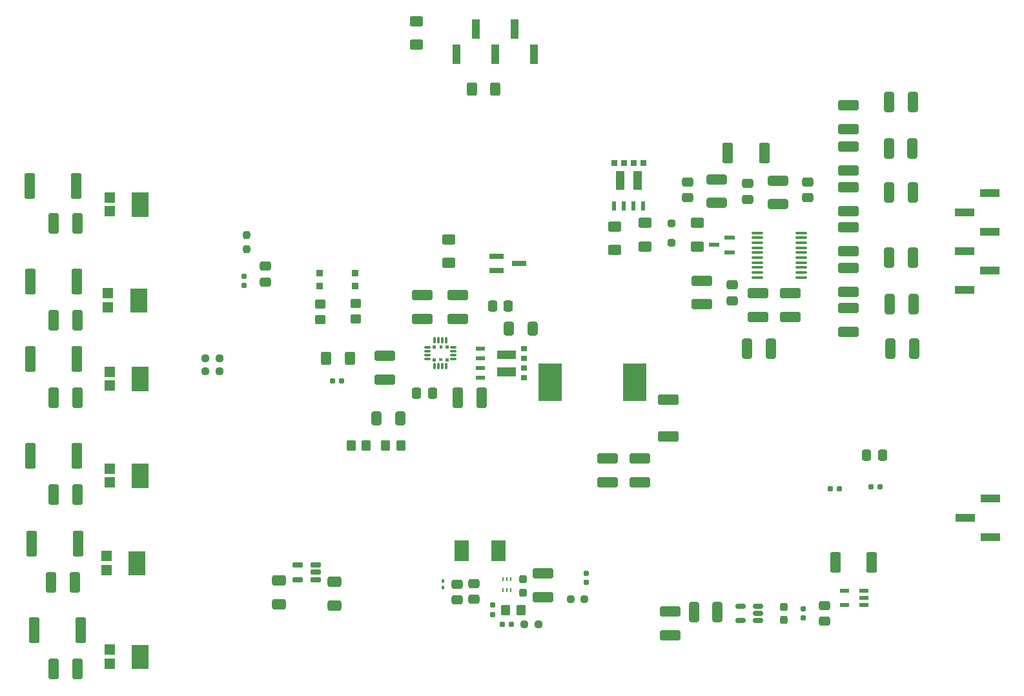
<source format=gbr>
%TF.GenerationSoftware,KiCad,Pcbnew,7.0.6-0*%
%TF.CreationDate,2024-04-05T07:01:27-03:00*%
%TF.ProjectId,Buoy,42756f79-2e6b-4696-9361-645f70636258,rev?*%
%TF.SameCoordinates,Original*%
%TF.FileFunction,Paste,Top*%
%TF.FilePolarity,Positive*%
%FSLAX46Y46*%
G04 Gerber Fmt 4.6, Leading zero omitted, Abs format (unit mm)*
G04 Created by KiCad (PCBNEW 7.0.6-0) date 2024-04-05 07:01:27*
%MOMM*%
%LPD*%
G01*
G04 APERTURE LIST*
G04 Aperture macros list*
%AMRoundRect*
0 Rectangle with rounded corners*
0 $1 Rounding radius*
0 $2 $3 $4 $5 $6 $7 $8 $9 X,Y pos of 4 corners*
0 Add a 4 corners polygon primitive as box body*
4,1,4,$2,$3,$4,$5,$6,$7,$8,$9,$2,$3,0*
0 Add four circle primitives for the rounded corners*
1,1,$1+$1,$2,$3*
1,1,$1+$1,$4,$5*
1,1,$1+$1,$6,$7*
1,1,$1+$1,$8,$9*
0 Add four rect primitives between the rounded corners*
20,1,$1+$1,$2,$3,$4,$5,0*
20,1,$1+$1,$4,$5,$6,$7,0*
20,1,$1+$1,$6,$7,$8,$9,0*
20,1,$1+$1,$8,$9,$2,$3,0*%
G04 Aperture macros list end*
%ADD10C,0.010000*%
%ADD11RoundRect,0.250000X0.400000X1.075000X-0.400000X1.075000X-0.400000X-1.075000X0.400000X-1.075000X0*%
%ADD12RoundRect,0.250000X-0.412500X-1.100000X0.412500X-1.100000X0.412500X1.100000X-0.412500X1.100000X0*%
%ADD13R,2.510000X1.000000*%
%ADD14R,0.930000X0.810000*%
%ADD15RoundRect,0.237500X0.250000X0.237500X-0.250000X0.237500X-0.250000X-0.237500X0.250000X-0.237500X0*%
%ADD16RoundRect,0.250000X0.625000X-0.400000X0.625000X0.400000X-0.625000X0.400000X-0.625000X-0.400000X0*%
%ADD17RoundRect,0.237500X-0.237500X0.300000X-0.237500X-0.300000X0.237500X-0.300000X0.237500X0.300000X0*%
%ADD18RoundRect,0.250000X-0.650000X0.412500X-0.650000X-0.412500X0.650000X-0.412500X0.650000X0.412500X0*%
%ADD19RoundRect,0.250000X-0.450000X0.350000X-0.450000X-0.350000X0.450000X-0.350000X0.450000X0.350000X0*%
%ADD20RoundRect,0.250000X-0.475000X0.337500X-0.475000X-0.337500X0.475000X-0.337500X0.475000X0.337500X0*%
%ADD21RoundRect,0.250000X-1.100000X0.412500X-1.100000X-0.412500X1.100000X-0.412500X1.100000X0.412500X0*%
%ADD22RoundRect,0.088500X0.516500X0.206500X-0.516500X0.206500X-0.516500X-0.206500X0.516500X-0.206500X0*%
%ADD23RoundRect,0.160000X-0.160000X0.197500X-0.160000X-0.197500X0.160000X-0.197500X0.160000X0.197500X0*%
%ADD24R,1.400000X1.390000*%
%ADD25RoundRect,0.250000X1.100000X-0.412500X1.100000X0.412500X-1.100000X0.412500X-1.100000X-0.412500X0*%
%ADD26RoundRect,0.250000X-0.625000X0.400000X-0.625000X-0.400000X0.625000X-0.400000X0.625000X0.400000X0*%
%ADD27RoundRect,0.249999X-0.450001X-1.425001X0.450001X-1.425001X0.450001X1.425001X-0.450001X1.425001X0*%
%ADD28RoundRect,0.250000X-0.400000X-1.075000X0.400000X-1.075000X0.400000X1.075000X-0.400000X1.075000X0*%
%ADD29R,1.320800X0.558800*%
%ADD30R,0.610000X1.270000*%
%ADD31RoundRect,0.060000X0.615000X-0.240000X0.615000X0.240000X-0.615000X0.240000X-0.615000X-0.240000X0*%
%ADD32RoundRect,0.150000X0.512500X0.150000X-0.512500X0.150000X-0.512500X-0.150000X0.512500X-0.150000X0*%
%ADD33RoundRect,0.160000X-0.197500X-0.160000X0.197500X-0.160000X0.197500X0.160000X-0.197500X0.160000X0*%
%ADD34RoundRect,0.237500X-0.237500X0.250000X-0.237500X-0.250000X0.237500X-0.250000X0.237500X0.250000X0*%
%ADD35RoundRect,0.249999X-1.075001X0.450001X-1.075001X-0.450001X1.075001X-0.450001X1.075001X0.450001X0*%
%ADD36RoundRect,0.100000X-0.637500X-0.100000X0.637500X-0.100000X0.637500X0.100000X-0.637500X0.100000X0*%
%ADD37RoundRect,0.250000X-0.250000X0.250000X-0.250000X-0.250000X0.250000X-0.250000X0.250000X0.250000X0*%
%ADD38RoundRect,0.250000X0.412500X0.650000X-0.412500X0.650000X-0.412500X-0.650000X0.412500X-0.650000X0*%
%ADD39RoundRect,0.249999X0.450001X1.075001X-0.450001X1.075001X-0.450001X-1.075001X0.450001X-1.075001X0*%
%ADD40RoundRect,0.250000X-0.400000X-0.625000X0.400000X-0.625000X0.400000X0.625000X-0.400000X0.625000X0*%
%ADD41RoundRect,0.250000X-0.350000X-0.450000X0.350000X-0.450000X0.350000X0.450000X-0.350000X0.450000X0*%
%ADD42RoundRect,0.250000X0.350000X0.450000X-0.350000X0.450000X-0.350000X-0.450000X0.350000X-0.450000X0*%
%ADD43RoundRect,0.006900X-0.108100X0.368100X-0.108100X-0.368100X0.108100X-0.368100X0.108100X0.368100X0*%
%ADD44RoundRect,0.006900X-0.368100X-0.108100X0.368100X-0.108100X0.368100X0.108100X-0.368100X0.108100X0*%
%ADD45R,1.903000X2.790000*%
%ADD46RoundRect,0.250000X0.337500X0.475000X-0.337500X0.475000X-0.337500X-0.475000X0.337500X-0.475000X0*%
%ADD47R,1.000000X2.510000*%
%ADD48RoundRect,0.250000X1.075000X-0.400000X1.075000X0.400000X-1.075000X0.400000X-1.075000X-0.400000X0*%
%ADD49RoundRect,0.250000X0.475000X-0.337500X0.475000X0.337500X-0.475000X0.337500X-0.475000X-0.337500X0*%
%ADD50R,1.270000X0.610000*%
%ADD51R,3.100000X5.000000*%
%ADD52RoundRect,0.155000X-0.212500X-0.155000X0.212500X-0.155000X0.212500X0.155000X-0.212500X0.155000X0*%
%ADD53RoundRect,0.237500X-0.250000X-0.237500X0.250000X-0.237500X0.250000X0.237500X-0.250000X0.237500X0*%
%ADD54RoundRect,0.250000X-0.337500X-0.475000X0.337500X-0.475000X0.337500X0.475000X-0.337500X0.475000X0*%
%ADD55R,1.900000X0.800000*%
%ADD56R,0.279400X0.606400*%
%ADD57RoundRect,0.090000X-0.090000X0.139000X-0.090000X-0.139000X0.090000X-0.139000X0.090000X0.139000X0*%
G04 APERTURE END LIST*
%TO.C,D4*%
D10*
X111850250Y-80203500D02*
X109730250Y-80203500D01*
X109730250Y-77123500D01*
X111850250Y-77123500D01*
X111850250Y-80203500D01*
G36*
X111850250Y-80203500D02*
G01*
X109730250Y-80203500D01*
X109730250Y-77123500D01*
X111850250Y-77123500D01*
X111850250Y-80203500D01*
G37*
%TO.C,Q1*%
X174472000Y-64122500D02*
X173428000Y-64122500D01*
X173428000Y-61712500D01*
X174472000Y-61712500D01*
X174472000Y-64122500D01*
G36*
X174472000Y-64122500D02*
G01*
X173428000Y-64122500D01*
X173428000Y-61712500D01*
X174472000Y-61712500D01*
X174472000Y-64122500D01*
G37*
X176732000Y-64122500D02*
X175688000Y-64122500D01*
X175688000Y-61712500D01*
X176732000Y-61712500D01*
X176732000Y-64122500D01*
G36*
X176732000Y-64122500D02*
G01*
X175688000Y-64122500D01*
X175688000Y-61712500D01*
X176732000Y-61712500D01*
X176732000Y-64122500D01*
G37*
X173480000Y-61010000D02*
X172870000Y-61010000D01*
X172870000Y-60310000D01*
X173480000Y-60310000D01*
X173480000Y-61010000D01*
G36*
X173480000Y-61010000D02*
G01*
X172870000Y-61010000D01*
X172870000Y-60310000D01*
X173480000Y-60310000D01*
X173480000Y-61010000D01*
G37*
X174750000Y-61010000D02*
X174140000Y-61010000D01*
X174140000Y-60305000D01*
X174750000Y-60305000D01*
X174750000Y-61010000D01*
G36*
X174750000Y-61010000D02*
G01*
X174140000Y-61010000D01*
X174140000Y-60305000D01*
X174750000Y-60305000D01*
X174750000Y-61010000D01*
G37*
X176020000Y-61010000D02*
X175410000Y-61010000D01*
X175410000Y-60305000D01*
X176020000Y-60305000D01*
X176020000Y-61010000D01*
G36*
X176020000Y-61010000D02*
G01*
X175410000Y-61010000D01*
X175410000Y-60305000D01*
X176020000Y-60305000D01*
X176020000Y-61010000D01*
G37*
X177290000Y-61010000D02*
X176680000Y-61010000D01*
X176680000Y-60305000D01*
X177290000Y-60305000D01*
X177290000Y-61010000D01*
G36*
X177290000Y-61010000D02*
G01*
X176680000Y-61010000D01*
X176680000Y-60305000D01*
X177290000Y-60305000D01*
X177290000Y-61010000D01*
G37*
%TO.C,D9*%
X112050250Y-126963500D02*
X109930250Y-126963500D01*
X109930250Y-123883500D01*
X112050250Y-123883500D01*
X112050250Y-126963500D01*
G36*
X112050250Y-126963500D02*
G01*
X109930250Y-126963500D01*
X109930250Y-123883500D01*
X112050250Y-123883500D01*
X112050250Y-126963500D01*
G37*
%TO.C,D7*%
X112050250Y-103183500D02*
X109930250Y-103183500D01*
X109930250Y-100103500D01*
X112050250Y-100103500D01*
X112050250Y-103183500D01*
G36*
X112050250Y-103183500D02*
G01*
X109930250Y-103183500D01*
X109930250Y-100103500D01*
X112050250Y-100103500D01*
X112050250Y-103183500D01*
G37*
%TO.C,D5*%
X112050250Y-90483500D02*
X109930250Y-90483500D01*
X109930250Y-87403500D01*
X112050250Y-87403500D01*
X112050250Y-90483500D01*
G36*
X112050250Y-90483500D02*
G01*
X109930250Y-90483500D01*
X109930250Y-87403500D01*
X112050250Y-87403500D01*
X112050250Y-90483500D01*
G37*
%TO.C,U2*%
X150580000Y-84907500D02*
X150280000Y-84907500D01*
X150280000Y-84607500D01*
X150580000Y-84607500D01*
X150580000Y-84907500D01*
G36*
X150580000Y-84907500D02*
G01*
X150280000Y-84907500D01*
X150280000Y-84607500D01*
X150580000Y-84607500D01*
X150580000Y-84907500D01*
G37*
X151405000Y-84917500D02*
X151105000Y-84917500D01*
X151105000Y-84617500D01*
X151405000Y-84617500D01*
X151405000Y-84917500D01*
G36*
X151405000Y-84917500D02*
G01*
X151105000Y-84917500D01*
X151105000Y-84617500D01*
X151405000Y-84617500D01*
X151405000Y-84917500D01*
G37*
X149695000Y-84917500D02*
X149395000Y-84917500D01*
X149395000Y-84617500D01*
X149695000Y-84617500D01*
X149695000Y-84917500D01*
G36*
X149695000Y-84917500D02*
G01*
X149395000Y-84917500D01*
X149395000Y-84617500D01*
X149695000Y-84617500D01*
X149695000Y-84917500D01*
G37*
X150555000Y-86582500D02*
X150255000Y-86582500D01*
X150255000Y-86282500D01*
X150555000Y-86282500D01*
X150555000Y-86582500D01*
G36*
X150555000Y-86582500D02*
G01*
X150255000Y-86582500D01*
X150255000Y-86282500D01*
X150555000Y-86282500D01*
X150555000Y-86582500D01*
G37*
X151405000Y-86587500D02*
X151105000Y-86587500D01*
X151105000Y-86287500D01*
X151405000Y-86287500D01*
X151405000Y-86587500D01*
G36*
X151405000Y-86587500D02*
G01*
X151105000Y-86587500D01*
X151105000Y-86287500D01*
X151405000Y-86287500D01*
X151405000Y-86587500D01*
G37*
X149695000Y-86587500D02*
X149395000Y-86587500D01*
X149395000Y-86287500D01*
X149695000Y-86287500D01*
X149695000Y-86587500D01*
G36*
X149695000Y-86587500D02*
G01*
X149395000Y-86587500D01*
X149395000Y-86287500D01*
X149695000Y-86287500D01*
X149695000Y-86587500D01*
G37*
%TO.C,Q4*%
X160247500Y-86279500D02*
X157837500Y-86279500D01*
X157837500Y-85235500D01*
X160247500Y-85235500D01*
X160247500Y-86279500D01*
G36*
X160247500Y-86279500D02*
G01*
X157837500Y-86279500D01*
X157837500Y-85235500D01*
X160247500Y-85235500D01*
X160247500Y-86279500D01*
G37*
X160247500Y-88539500D02*
X157837500Y-88539500D01*
X157837500Y-87495500D01*
X160247500Y-87495500D01*
X160247500Y-88539500D01*
G36*
X160247500Y-88539500D02*
G01*
X157837500Y-88539500D01*
X157837500Y-87495500D01*
X160247500Y-87495500D01*
X160247500Y-88539500D01*
G37*
X161650000Y-85287500D02*
X160950000Y-85287500D01*
X160950000Y-84677500D01*
X161650000Y-84677500D01*
X161650000Y-85287500D01*
G36*
X161650000Y-85287500D02*
G01*
X160950000Y-85287500D01*
X160950000Y-84677500D01*
X161650000Y-84677500D01*
X161650000Y-85287500D01*
G37*
X161655000Y-86557500D02*
X160950000Y-86557500D01*
X160950000Y-85947500D01*
X161655000Y-85947500D01*
X161655000Y-86557500D01*
G36*
X161655000Y-86557500D02*
G01*
X160950000Y-86557500D01*
X160950000Y-85947500D01*
X161655000Y-85947500D01*
X161655000Y-86557500D01*
G37*
X161655000Y-87827500D02*
X160950000Y-87827500D01*
X160950000Y-87217500D01*
X161655000Y-87217500D01*
X161655000Y-87827500D01*
G36*
X161655000Y-87827500D02*
G01*
X160950000Y-87827500D01*
X160950000Y-87217500D01*
X161655000Y-87217500D01*
X161655000Y-87827500D01*
G37*
X161655000Y-89097500D02*
X160950000Y-89097500D01*
X160950000Y-88487500D01*
X161655000Y-88487500D01*
X161655000Y-89097500D01*
G36*
X161655000Y-89097500D02*
G01*
X160950000Y-89097500D01*
X160950000Y-88487500D01*
X161655000Y-88487500D01*
X161655000Y-89097500D01*
G37*
%TO.C,D1*%
X112050250Y-67623500D02*
X109930250Y-67623500D01*
X109930250Y-64543500D01*
X112050250Y-64543500D01*
X112050250Y-67623500D01*
G36*
X112050250Y-67623500D02*
G01*
X109930250Y-67623500D01*
X109930250Y-64543500D01*
X112050250Y-64543500D01*
X112050250Y-67623500D01*
G37*
%TO.C,D8*%
X111653750Y-114663500D02*
X109533750Y-114663500D01*
X109533750Y-111583500D01*
X111653750Y-111583500D01*
X111653750Y-114663500D01*
G36*
X111653750Y-114663500D02*
G01*
X109533750Y-114663500D01*
X109533750Y-111583500D01*
X111653750Y-111583500D01*
X111653750Y-114663500D01*
G37*
%TD*%
D11*
%TO.C,R18*%
X186729264Y-119590000D03*
X183629264Y-119590000D03*
%TD*%
D12*
%TO.C,CBJ3*%
X99704250Y-91483500D03*
X102829250Y-91483500D03*
%TD*%
%TO.C,CBJ1*%
X99704250Y-68623500D03*
X102829250Y-68623500D03*
%TD*%
D13*
%TO.C,J13*%
X222452500Y-64605000D03*
X219142500Y-67145000D03*
X222452500Y-69685000D03*
X219142500Y-72225000D03*
X222452500Y-74765000D03*
X219142500Y-77305000D03*
%TD*%
D12*
%TO.C,CBJ4*%
X99704250Y-104183500D03*
X102829250Y-104183500D03*
%TD*%
D14*
%TO.C,D2*%
X139205000Y-76767500D03*
X139205000Y-75147500D03*
%TD*%
D15*
%TO.C,R7*%
X121421750Y-86263500D03*
X119596750Y-86263500D03*
%TD*%
D16*
%TO.C,R30*%
X173230000Y-72080000D03*
X173230000Y-68980000D03*
%TD*%
D17*
%TO.C,C9*%
X195420000Y-118857500D03*
X195420000Y-120582500D03*
%TD*%
D18*
%TO.C,C20*%
X129218000Y-115407500D03*
X129218000Y-118532500D03*
%TD*%
D19*
%TO.C,R4*%
X139275000Y-79107500D03*
X139275000Y-81107500D03*
%TD*%
D20*
%TO.C,C32*%
X198607500Y-63157500D03*
X198607500Y-65232500D03*
%TD*%
D21*
%TO.C,C11*%
X180579264Y-119455000D03*
X180579264Y-122580000D03*
%TD*%
D17*
%TO.C,C12*%
X161200000Y-115277500D03*
X161200000Y-117002500D03*
%TD*%
D22*
%TO.C,U3*%
X205922500Y-118652500D03*
X205922500Y-117702500D03*
X205922500Y-116752500D03*
X203412500Y-116752500D03*
X203412500Y-118652500D03*
%TD*%
D23*
%TO.C,R9*%
X124667500Y-75532500D03*
X124667500Y-76727500D03*
%TD*%
D20*
%TO.C,C4*%
X127460000Y-74212500D03*
X127460000Y-76287500D03*
%TD*%
D24*
%TO.C,D4*%
X106808250Y-77743500D03*
X106808250Y-79583500D03*
%TD*%
D25*
%TO.C,C24*%
X203907500Y-66947500D03*
X203907500Y-63822500D03*
%TD*%
D13*
%TO.C,J9*%
X222520000Y-104660000D03*
X219210000Y-107200000D03*
X222520000Y-109740000D03*
%TD*%
D26*
%TO.C,R11*%
X151480000Y-70690000D03*
X151480000Y-73790000D03*
%TD*%
D16*
%TO.C,R19*%
X147300000Y-45180000D03*
X147300000Y-42080000D03*
%TD*%
D27*
%TO.C,RBJ5*%
X96767750Y-110583500D03*
X102867750Y-110583500D03*
%TD*%
D25*
%TO.C,C21*%
X203907500Y-82817500D03*
X203907500Y-79692500D03*
%TD*%
D28*
%TO.C,R23*%
X209407500Y-85015000D03*
X212507500Y-85015000D03*
%TD*%
D29*
%TO.C,Q2*%
X188343500Y-72390200D03*
X188343500Y-70459800D03*
X186311500Y-71425000D03*
%TD*%
D30*
%TO.C,Q1*%
X173175000Y-66280000D03*
X174445000Y-66280000D03*
X175715000Y-66280000D03*
X176985000Y-66280000D03*
%TD*%
D28*
%TO.C,R28*%
X209247500Y-52705000D03*
X212347500Y-52705000D03*
%TD*%
D24*
%TO.C,D9*%
X107008250Y-124503500D03*
X107008250Y-126343500D03*
%TD*%
D16*
%TO.C,R32*%
X184097500Y-71635000D03*
X184097500Y-68535000D03*
%TD*%
D31*
%TO.C,U6*%
X134048000Y-115290000D03*
X134048000Y-114340000D03*
X134048000Y-113390000D03*
X131678000Y-113390000D03*
X131678000Y-115290000D03*
%TD*%
D12*
%TO.C,CBJ2*%
X99704250Y-81323500D03*
X102829250Y-81323500D03*
%TD*%
D32*
%TO.C,U1*%
X192049264Y-120680000D03*
X192049264Y-119730000D03*
X192049264Y-118780000D03*
X189774264Y-118780000D03*
X189774264Y-120680000D03*
%TD*%
D14*
%TO.C,D3*%
X134575000Y-76767500D03*
X134575000Y-75147500D03*
%TD*%
D20*
%TO.C,C36*%
X152590000Y-115882500D03*
X152590000Y-117957500D03*
%TD*%
D33*
%TO.C,R10*%
X206860000Y-103148750D03*
X208055000Y-103148750D03*
%TD*%
D24*
%TO.C,D7*%
X107008250Y-100723500D03*
X107008250Y-102563500D03*
%TD*%
D34*
%TO.C,R8*%
X124982500Y-70137500D03*
X124982500Y-71962500D03*
%TD*%
D35*
%TO.C,R6_SR1*%
X180250000Y-91720000D03*
X180250000Y-96520000D03*
%TD*%
D36*
%TO.C,U4*%
X192002500Y-69825000D03*
X192002500Y-70475000D03*
X192002500Y-71125000D03*
X192002500Y-71775000D03*
X192002500Y-72425000D03*
X192002500Y-73075000D03*
X192002500Y-73725000D03*
X192002500Y-74375000D03*
X192002500Y-75025000D03*
X192002500Y-75675000D03*
X197727500Y-75675000D03*
X197727500Y-75025000D03*
X197727500Y-74375000D03*
X197727500Y-73725000D03*
X197727500Y-73075000D03*
X197727500Y-72425000D03*
X197727500Y-71775000D03*
X197727500Y-71125000D03*
X197727500Y-70475000D03*
X197727500Y-69825000D03*
%TD*%
D37*
%TO.C,D10*%
X180727500Y-68605000D03*
X180727500Y-71105000D03*
%TD*%
D26*
%TO.C,R31*%
X177257500Y-68535000D03*
X177257500Y-71635000D03*
%TD*%
D25*
%TO.C,C26*%
X203907500Y-56237500D03*
X203907500Y-53112500D03*
%TD*%
D33*
%TO.C,R37*%
X136265000Y-89260000D03*
X137460000Y-89260000D03*
%TD*%
D38*
%TO.C,C15*%
X145133750Y-94201250D03*
X142008750Y-94201250D03*
%TD*%
D28*
%TO.C,R24*%
X209337500Y-79175000D03*
X212437500Y-79175000D03*
%TD*%
D39*
%TO.C,R29*%
X192907500Y-59335000D03*
X188107500Y-59335000D03*
%TD*%
D18*
%TO.C,C19*%
X136518000Y-115597500D03*
X136518000Y-118722500D03*
%TD*%
D28*
%TO.C,R26*%
X209237500Y-64545000D03*
X212337500Y-64545000D03*
%TD*%
D40*
%TO.C,R20*%
X154530000Y-50960000D03*
X157630000Y-50960000D03*
%TD*%
D39*
%TO.C,R12*%
X206990000Y-113042500D03*
X202190000Y-113042500D03*
%TD*%
D20*
%TO.C,C2*%
X200750000Y-118685000D03*
X200750000Y-120760000D03*
%TD*%
D12*
%TO.C,CBJ6*%
X99704250Y-127043500D03*
X102829250Y-127043500D03*
%TD*%
D28*
%TO.C,R27*%
X209227500Y-58735000D03*
X212327500Y-58735000D03*
%TD*%
D23*
%TO.C,R21*%
X157220000Y-118672500D03*
X157220000Y-119867500D03*
%TD*%
D41*
%TO.C,R22*%
X158970000Y-119340000D03*
X160970000Y-119340000D03*
%TD*%
D24*
%TO.C,D5*%
X107008250Y-88023500D03*
X107008250Y-89863500D03*
%TD*%
D23*
%TO.C,R16*%
X169540000Y-114490000D03*
X169540000Y-115685000D03*
%TD*%
D42*
%TO.C,R15*%
X140671250Y-97751250D03*
X138671250Y-97751250D03*
%TD*%
D43*
%TO.C,U2*%
X151155000Y-83882500D03*
X150655000Y-83882500D03*
X150155000Y-83882500D03*
X149655000Y-83882500D03*
D44*
X148680000Y-84857500D03*
X148680000Y-85357500D03*
X148680000Y-85857500D03*
X148680000Y-86357500D03*
D43*
X149655000Y-87332500D03*
X150155000Y-87332500D03*
X150655000Y-87332500D03*
X151155000Y-87332500D03*
D44*
X152130000Y-86357500D03*
X152130000Y-85857500D03*
X152130000Y-85357500D03*
X152130000Y-84857500D03*
%TD*%
D27*
%TO.C,RBJ2*%
X96654250Y-76243500D03*
X102754250Y-76243500D03*
%TD*%
D45*
%TO.C,L2*%
X158010000Y-111560000D03*
X153157000Y-111560000D03*
%TD*%
D42*
%TO.C,R13*%
X145198750Y-97740000D03*
X143198750Y-97740000D03*
%TD*%
D46*
%TO.C,C14*%
X149347500Y-90860000D03*
X147272500Y-90860000D03*
%TD*%
D47*
%TO.C,J10*%
X162690000Y-46390000D03*
X160150000Y-43080000D03*
X157610000Y-46390000D03*
X155070000Y-43080000D03*
X152530000Y-46390000D03*
%TD*%
D21*
%TO.C,C29*%
X192027500Y-77732500D03*
X192027500Y-80857500D03*
%TD*%
D48*
%TO.C,R34*%
X194667500Y-66065000D03*
X194667500Y-62965000D03*
%TD*%
D49*
%TO.C,C31*%
X182837500Y-65242500D03*
X182837500Y-63167500D03*
%TD*%
D28*
%TO.C,R33*%
X190610000Y-85000000D03*
X193710000Y-85000000D03*
%TD*%
D21*
%TO.C,C17*%
X163860000Y-114487500D03*
X163860000Y-117612500D03*
%TD*%
D50*
%TO.C,Q4*%
X155680000Y-84982500D03*
X155680000Y-86252500D03*
X155680000Y-87522500D03*
X155680000Y-88792500D03*
%TD*%
D51*
%TO.C,L1*%
X164800000Y-89450000D03*
X175900000Y-89450000D03*
%TD*%
D21*
%TO.C,C28*%
X196267500Y-77762500D03*
X196267500Y-80887500D03*
%TD*%
D52*
%TO.C,C18*%
X158555000Y-121180000D03*
X159690000Y-121180000D03*
%TD*%
D21*
%TO.C,C8*%
X176580000Y-99437500D03*
X176580000Y-102562500D03*
%TD*%
D27*
%TO.C,RBJ4*%
X96654250Y-99103500D03*
X102754250Y-99103500D03*
%TD*%
D20*
%TO.C,C34*%
X154810000Y-115832500D03*
X154810000Y-117907500D03*
%TD*%
D25*
%TO.C,C23*%
X203907500Y-72267500D03*
X203907500Y-69142500D03*
%TD*%
D21*
%TO.C,C7*%
X172305000Y-99396250D03*
X172305000Y-102521250D03*
%TD*%
D19*
%TO.C,R5*%
X134615000Y-79177500D03*
X134615000Y-81177500D03*
%TD*%
D21*
%TO.C,C27*%
X184700000Y-76087500D03*
X184700000Y-79212500D03*
%TD*%
D40*
%TO.C,R1*%
X135415000Y-86267500D03*
X138515000Y-86267500D03*
%TD*%
D24*
%TO.C,D1*%
X107008250Y-65163500D03*
X107008250Y-67003500D03*
%TD*%
D53*
%TO.C,R6*%
X119606750Y-88013500D03*
X121431750Y-88013500D03*
%TD*%
%TO.C,R36*%
X161430000Y-121190000D03*
X163255000Y-121190000D03*
%TD*%
D25*
%TO.C,C25*%
X203907500Y-61675000D03*
X203907500Y-58550000D03*
%TD*%
D48*
%TO.C,R35*%
X186657500Y-65895000D03*
X186657500Y-62795000D03*
%TD*%
D15*
%TO.C,R17*%
X169292500Y-117880000D03*
X167467500Y-117880000D03*
%TD*%
D27*
%TO.C,RBJ3*%
X96654250Y-86403500D03*
X102754250Y-86403500D03*
%TD*%
D54*
%TO.C,C1*%
X206310000Y-99021250D03*
X208385000Y-99021250D03*
%TD*%
D55*
%TO.C,D6*%
X157730000Y-72880000D03*
X157730000Y-74780000D03*
X160730000Y-73830000D03*
%TD*%
D12*
%TO.C,C10*%
X152655000Y-91470000D03*
X155780000Y-91470000D03*
%TD*%
D25*
%TO.C,C22*%
X203907500Y-77547500D03*
X203907500Y-74422500D03*
%TD*%
D23*
%TO.C,R14*%
X197990000Y-119152500D03*
X197990000Y-120347500D03*
%TD*%
D27*
%TO.C,RBJ1*%
X96551750Y-63683500D03*
X102651750Y-63683500D03*
%TD*%
D25*
%TO.C,C6*%
X152660000Y-81082500D03*
X152660000Y-77957500D03*
%TD*%
D56*
%TO.C,U5*%
X159610252Y-115224600D03*
X159110126Y-115224600D03*
X158610000Y-115224600D03*
X158610000Y-116720000D03*
X159110126Y-116720000D03*
X159610252Y-116720000D03*
%TD*%
D49*
%TO.C,C30*%
X190677500Y-65452500D03*
X190677500Y-63377500D03*
%TD*%
D28*
%TO.C,R25*%
X209247500Y-73115000D03*
X212347500Y-73115000D03*
%TD*%
D12*
%TO.C,CBJ5*%
X99307750Y-115663500D03*
X102432750Y-115663500D03*
%TD*%
D25*
%TO.C,C3*%
X148050000Y-81152500D03*
X148050000Y-78027500D03*
%TD*%
D20*
%TO.C,C33*%
X188637500Y-76677500D03*
X188637500Y-78752500D03*
%TD*%
D27*
%TO.C,RBJ6*%
X97164250Y-121963500D03*
X103264250Y-121963500D03*
%TD*%
D21*
%TO.C,C16*%
X143105000Y-85965000D03*
X143105000Y-89090000D03*
%TD*%
D57*
%TO.C,C35*%
X150740000Y-115517500D03*
X150740000Y-116382500D03*
%TD*%
D33*
%TO.C,R2*%
X201560000Y-103431250D03*
X202755000Y-103431250D03*
%TD*%
D54*
%TO.C,C5*%
X157217500Y-79468750D03*
X159292500Y-79468750D03*
%TD*%
D24*
%TO.C,D8*%
X106611750Y-112203500D03*
X106611750Y-114043500D03*
%TD*%
D38*
%TO.C,C13*%
X162467500Y-82398750D03*
X159342500Y-82398750D03*
%TD*%
M02*

</source>
